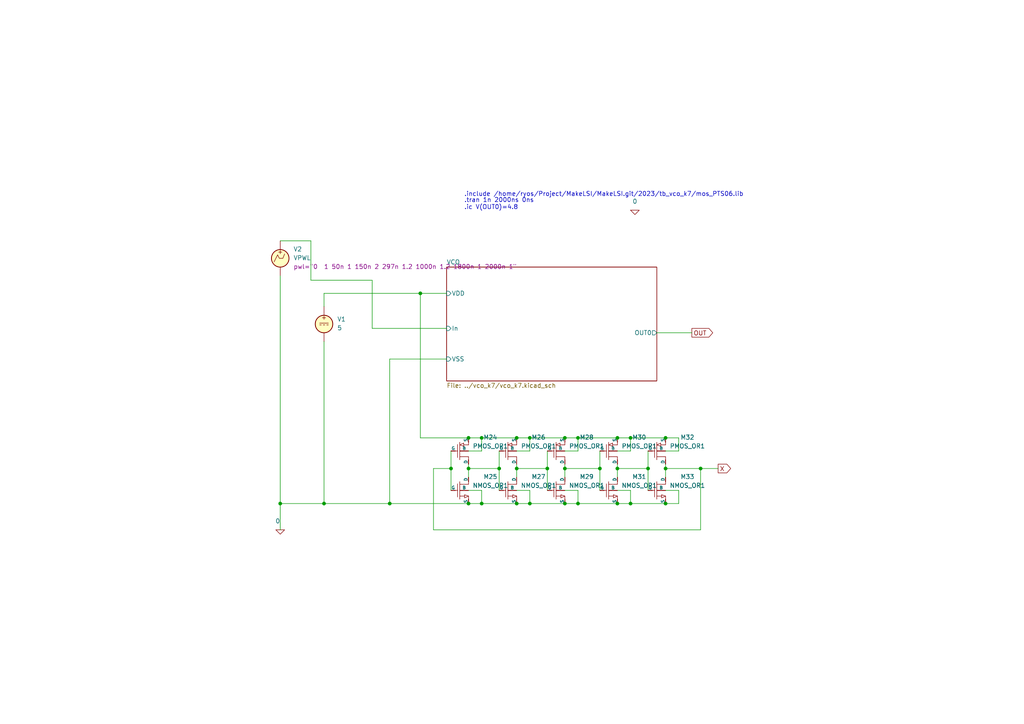
<source format=kicad_sch>
(kicad_sch (version 20230121) (generator eeschema)
  (paper "A4")
  (lib_symbols
    (symbol "OR1Symbols:0" (power) (pin_names (offset 0))
      (property "Value" "0" (at 0 -1.27 0))
      (symbol "0_0_1"
        (polyline (pts (xy -1.27 0) (xy 1.27 0) (xy 0 -1.27) (xy -1.27 0)))
      )
      (symbol "0_1_1"
        (pin power_in line (at 0 0 180) (length 0) hide (name "0") (number "1"))
      )
    )
    (symbol "OR1Symbols:NMOS_OR1" (pin_numbers hide) (pin_names (offset 0))
      (property "Reference" "M" (at 8.89 5.08 0))
      (property "Value" "NMOS_OR1" (at 8.89 2.54 0))
      (symbol "NMOS_OR1_0_1"
        (polyline (pts (xy 0 0) (xy 1.905 0)))
        (polyline (pts (xy 1.905 1.905) (xy 1.905 -1.905)))
        (polyline (pts (xy 2.54 -2.54) (xy 2.54 2.54)))
        (polyline (pts (xy 2.54 -1.651) (xy 3.937 -1.651)))
        (polyline (pts (xy 2.54 0) (xy 5.08 0)))
        (polyline (pts (xy 2.54 1.778) (xy 5.08 1.778)))
        (polyline (pts (xy 3.937 -2.159) (xy 3.937 -1.27)))
        (polyline (pts (xy 3.937 -1.27) (xy 5.08 -1.651)))
        (polyline (pts (xy 5.08 -1.651) (xy 3.937 -2.159)))
        (polyline (pts (xy 5.08 -1.651) (xy 5.08 -3.81)))
        (polyline (pts (xy 5.08 1.778) (xy 5.08 3.81)))
      )
      (symbol "NMOS_OR1_1_1"
        (pin passive line (at 5.08 3.81 270) (length 1.27) (name "D") (number "1"))
        (pin passive line (at 0 0 0) (length 1.27) (name "G") (number "2"))
        (pin passive line (at 5.08 -3.81 90) (length 1.27) (name "S") (number "3"))
        (pin passive line (at 5.08 0 180) (length 2.54) (name "B") (number "4"))
      )
    )
    (symbol "OR1Symbols:PMOS_OR1" (pin_numbers hide) (pin_names (offset 0))
      (property "Reference" "M" (at 8.89 5.08 0))
      (property "Value" "PMOS_OR1" (at 8.89 2.54 0))
      (symbol "PMOS_OR1_0_1"
        (polyline (pts (xy 0 0) (xy 1.905 0)))
        (polyline (pts (xy 1.905 1.905) (xy 1.905 -1.905)))
        (polyline (pts (xy 2.54 -2.54) (xy 2.54 2.54)))
        (polyline (pts (xy 2.54 -1.651) (xy 5.08 -1.651)))
        (polyline (pts (xy 2.54 0) (xy 5.08 0)))
        (polyline (pts (xy 2.54 1.778) (xy 3.683 2.286)))
        (polyline (pts (xy 3.683 1.397) (xy 2.54 1.778)))
        (polyline (pts (xy 3.683 1.397) (xy 3.683 2.286)))
        (polyline (pts (xy 3.683 1.778) (xy 5.08 1.778)))
        (polyline (pts (xy 5.08 -1.651) (xy 5.08 -3.81)))
        (polyline (pts (xy 5.08 1.778) (xy 5.08 3.81)))
      )
      (symbol "PMOS_OR1_1_1"
        (pin passive line (at 5.08 -3.81 90) (length 1.27) (name "D") (number "1"))
        (pin passive line (at 0 0 0) (length 1.27) (name "G") (number "2"))
        (pin passive line (at 5.08 3.81 270) (length 1.27) (name "S") (number "3"))
        (pin passive line (at 5.08 0 180) (length 2.54) (name "B") (number "4"))
      )
    )
    (symbol "Simulation_SPICE:0" (power) (pin_names (offset 0))
      (property "Value" "0" (at 0 -1.778 0))
      (symbol "0_0_1"
        (polyline (pts (xy -1.27 0) (xy 0 -1.27) (xy 1.27 0) (xy -1.27 0)))
      )
      (symbol "0_1_1"
        (pin power_in line (at 0 0 0) (length 0) hide (name "0") (number "1"))
      )
    )
    (symbol "Simulation_SPICE:VDC" (pin_numbers hide) (pin_names (offset 0.0254))
      (property "Reference" "V" (at 2.54 2.54 0))
      (property "Value" "1" (at 2.54 0 0))
      (symbol "VDC_0_0"
        (polyline (pts (xy -1.27 0.254) (xy 1.27 0.254)))
        (polyline (pts (xy -0.762 -0.254) (xy -1.27 -0.254)))
        (polyline (pts (xy 0.254 -0.254) (xy -0.254 -0.254)))
        (polyline (pts (xy 1.27 -0.254) (xy 0.762 -0.254)))
        (text "+" (at 0 1.905 0) (effects (font (size 1.27 1.27))))
      )
      (symbol "VDC_0_1"
        (circle (center 0 0) (radius 2.54) (stroke (width 0.254)) (fill (type background)))
      )
      (symbol "VDC_1_1"
        (pin passive line (at 0 5.08 270) (length 2.54) (name "~") (number "1"))
        (pin passive line (at 0 -5.08 90) (length 2.54) (name "~") (number "2"))
      )
    )
    (symbol "Simulation_SPICE:VPWL" (pin_numbers hide) (pin_names (offset 0.0254))
      (property "Reference" "V" (at 2.54 2.54 0))
      (property "Value" "VPWL" (at 2.54 0 0))
      (property "Sim.Params" "pwl=\"0 -1 50n -1 51n 0 97n 1 171n -1 200n -1\"" (at 2.54 -2.54 0))
      (symbol "VPWL_0_0"
        (polyline (pts (xy -1.778 -1.016) (xy -0.762 1.016) (xy -0.254 0) (xy 0.762 0) (xy 1.27 1.27)))
        (text "+" (at 0 1.905 0) (effects (font (size 1.27 1.27))))
      )
      (symbol "VPWL_0_1"
        (circle (center 0 0) (radius 2.54) (stroke (width 0.254)) (fill (type background)))
      )
      (symbol "VPWL_1_1"
        (pin passive line (at 0 5.08 270) (length 2.54) (name "~") (number "1"))
        (pin passive line (at 0 -5.08 90) (length 2.54) (name "~") (number "2"))
      )
    )
  )
  (junction (at 167.64 127))
  (junction (at 153.67 146.05))
  (junction (at 193.04 146.05))
  (junction (at 163.83 135.89))
  (junction (at 193.04 135.89))
  (junction (at 113.03 146.05))
  (junction (at 81.28 146.05))
  (junction (at 149.86 127))
  (junction (at 173.99 135.89))
  (junction (at 130.81 135.89))
  (junction (at 153.67 127))
  (junction (at 135.89 135.89))
  (junction (at 187.96 135.89))
  (junction (at 193.04 127))
  (junction (at 149.86 146.05))
  (junction (at 139.7 146.05))
  (junction (at 135.89 146.05))
  (junction (at 135.89 127))
  (junction (at 182.88 146.05))
  (junction (at 139.7 127))
  (junction (at 163.83 146.05))
  (junction (at 203.2 135.89))
  (junction (at 182.88 127))
  (junction (at 149.86 135.89))
  (junction (at 158.75 135.89))
  (junction (at 179.07 127))
  (junction (at 121.92 85.09))
  (junction (at 179.07 135.89))
  (junction (at 144.78 135.89))
  (junction (at 167.64 146.05))
  (junction (at 179.07 146.05))
  (junction (at 93.98 146.05))
  (junction (at 163.83 127))
  (wire (pts (xy 129.54 104.14) (xy 113.03 104.14)))
  (wire (pts (xy 167.64 130.81) (xy 167.64 127)))
  (wire (pts (xy 179.07 134.62) (xy 179.07 135.89)))
  (wire (pts (xy 179.07 135.89) (xy 179.07 138.43)))
  (wire (pts (xy 163.83 135.89) (xy 173.99 135.89)))
  (wire (pts (xy 163.83 130.81) (xy 167.64 130.81)))
  (wire (pts (xy 93.98 146.05) (xy 113.03 146.05)))
  (wire (pts (xy 144.78 135.89) (xy 144.78 142.24)))
  (wire (pts (xy 196.85 142.24) (xy 196.85 146.05)))
  (wire (pts (xy 153.67 127) (xy 153.67 130.81)))
  (wire (pts (xy 130.81 135.89) (xy 130.81 142.24)))
  (wire (pts (xy 81.28 80.01) (xy 81.28 146.05)))
  (wire (pts (xy 193.04 127) (xy 196.85 127)))
  (wire (pts (xy 173.99 130.81) (xy 173.99 135.89)))
  (wire (pts (xy 196.85 146.05) (xy 193.04 146.05)))
  (wire (pts (xy 93.98 88.9) (xy 93.98 85.09)))
  (wire (pts (xy 193.04 142.24) (xy 196.85 142.24)))
  (wire (pts (xy 107.95 95.25) (xy 129.54 95.25)))
  (wire (pts (xy 153.67 127) (xy 163.83 127)))
  (wire (pts (xy 135.89 135.89) (xy 144.78 135.89)))
  (wire (pts (xy 81.28 69.85) (xy 90.17 69.85)))
  (wire (pts (xy 179.07 127) (xy 182.88 127)))
  (wire (pts (xy 149.86 135.89) (xy 149.86 138.43)))
  (wire (pts (xy 113.03 146.05) (xy 135.89 146.05)))
  (wire (pts (xy 179.07 130.81) (xy 182.88 130.81)))
  (wire (pts (xy 187.96 135.89) (xy 187.96 142.24)))
  (wire (pts (xy 81.28 146.05) (xy 81.28 153.67)))
  (wire (pts (xy 93.98 99.06) (xy 93.98 146.05)))
  (wire (pts (xy 121.92 127) (xy 135.89 127)))
  (wire (pts (xy 158.75 130.81) (xy 158.75 135.89)))
  (wire (pts (xy 153.67 142.24) (xy 153.67 146.05)))
  (wire (pts (xy 149.86 142.24) (xy 153.67 142.24)))
  (wire (pts (xy 144.78 130.81) (xy 144.78 135.89)))
  (wire (pts (xy 113.03 104.14) (xy 113.03 146.05)))
  (wire (pts (xy 182.88 127) (xy 193.04 127)))
  (wire (pts (xy 135.89 146.05) (xy 139.7 146.05)))
  (wire (pts (xy 203.2 135.89) (xy 203.2 153.67)))
  (wire (pts (xy 182.88 146.05) (xy 193.04 146.05)))
  (wire (pts (xy 153.67 146.05) (xy 163.83 146.05)))
  (wire (pts (xy 149.86 130.81) (xy 153.67 130.81)))
  (wire (pts (xy 139.7 146.05) (xy 149.86 146.05)))
  (wire (pts (xy 190.5 96.52) (xy 200.66 96.52)))
  (wire (pts (xy 179.07 142.24) (xy 182.88 142.24)))
  (wire (pts (xy 139.7 127) (xy 139.7 130.81)))
  (wire (pts (xy 193.04 130.81) (xy 196.85 130.81)))
  (wire (pts (xy 163.83 127) (xy 167.64 127)))
  (wire (pts (xy 182.88 142.24) (xy 182.88 146.05)))
  (wire (pts (xy 135.89 134.62) (xy 135.89 135.89)))
  (wire (pts (xy 130.81 130.81) (xy 130.81 135.89)))
  (wire (pts (xy 107.95 81.28) (xy 90.17 81.28)))
  (wire (pts (xy 125.73 153.67) (xy 125.73 135.89)))
  (wire (pts (xy 135.89 142.24) (xy 139.7 142.24)))
  (wire (pts (xy 93.98 85.09) (xy 121.92 85.09)))
  (wire (pts (xy 173.99 135.89) (xy 173.99 142.24)))
  (wire (pts (xy 135.89 135.89) (xy 135.89 138.43)))
  (wire (pts (xy 193.04 135.89) (xy 193.04 138.43)))
  (wire (pts (xy 149.86 134.62) (xy 149.86 135.89)))
  (wire (pts (xy 121.92 85.09) (xy 129.54 85.09)))
  (wire (pts (xy 90.17 69.85) (xy 90.17 81.28)))
  (wire (pts (xy 203.2 135.89) (xy 208.28 135.89)))
  (wire (pts (xy 167.64 146.05) (xy 179.07 146.05)))
  (wire (pts (xy 187.96 130.81) (xy 187.96 135.89)))
  (wire (pts (xy 135.89 130.81) (xy 139.7 130.81)))
  (wire (pts (xy 179.07 135.89) (xy 187.96 135.89)))
  (wire (pts (xy 193.04 135.89) (xy 203.2 135.89)))
  (wire (pts (xy 121.92 85.09) (xy 121.92 127)))
  (wire (pts (xy 139.7 142.24) (xy 139.7 146.05)))
  (wire (pts (xy 149.86 146.05) (xy 153.67 146.05)))
  (wire (pts (xy 125.73 135.89) (xy 130.81 135.89)))
  (wire (pts (xy 167.64 142.24) (xy 167.64 146.05)))
  (wire (pts (xy 193.04 134.62) (xy 193.04 135.89)))
  (wire (pts (xy 81.28 146.05) (xy 93.98 146.05)))
  (wire (pts (xy 163.83 135.89) (xy 163.83 138.43)))
  (wire (pts (xy 163.83 146.05) (xy 167.64 146.05)))
  (wire (pts (xy 139.7 127) (xy 149.86 127)))
  (wire (pts (xy 179.07 146.05) (xy 182.88 146.05)))
  (wire (pts (xy 149.86 127) (xy 153.67 127)))
  (wire (pts (xy 167.64 127) (xy 179.07 127)))
  (wire (pts (xy 125.73 153.67) (xy 203.2 153.67)))
  (wire (pts (xy 182.88 130.81) (xy 182.88 127)))
  (wire (pts (xy 196.85 127) (xy 196.85 130.81)))
  (wire (pts (xy 163.83 142.24) (xy 167.64 142.24)))
  (wire (pts (xy 158.75 135.89) (xy 158.75 142.24)))
  (wire (pts (xy 163.83 134.62) (xy 163.83 135.89)))
  (wire (pts (xy 107.95 95.25) (xy 107.95 81.28)))
  (wire (pts (xy 149.86 135.89) (xy 158.75 135.89)))
  (wire (pts (xy 135.89 127) (xy 139.7 127)))
  (text ".include /home/ryos/Project/MakeLSI/MakeLSI.git/2023/tb_vco_k7/mos_PTS06.lib\n" (at 134.62 57.15 0) (effects (font (size 1.27 1.27)) (justify left bottom)))
  (text ".tran 1n 2000ns 0ns\n.ic V(OUT0)=4.8" (at 134.62 60.96 0) (effects (font (size 1.27 1.27)) (justify left bottom)))
  (global_label "X" (shape output) (at 208.28 135.89 0) (property "Intersheetrefs" "${INTERSHEET_REFS}" (effects hide)))
  (global_label "OUT" (shape output) (at 200.66 96.52 0) (property "Intersheetrefs" "${INTERSHEET_REFS}" (effects hide)))
  (symbol (lib_id "OR1Symbols:PMOS_OR1") (at 173.99 130.81 0) (unit 1)
    (property "Reference" "M30" (at 185.42 126.8477 0))
    (property "Value" "PMOS_OR1" (at 185.42 129.3877 0))
    (property "Sim.Pins" "1=1 2=2 3=3 4=4" (effects hide))
    (property "Sim.Device" "SPICE" (effects hide))
    (property "Sim.Params" "type=\"M\" model=\"PMOS_OR1 l=1u w=6u\" lib=\"\"" (effects hide))
  )
  (symbol (lib_id "OR1Symbols:NMOS_OR1") (at 158.75 142.24 0) (unit 1)
    (property "Reference" "M29" (at 170.18 138.2777 0))
    (property "Value" "NMOS_OR1" (at 170.18 140.8177 0))
    (property "Sim.Pins" "1=1 2=2 3=3 4=4" (effects hide))
    (property "Sim.Device" "SPICE" (effects hide))
    (property "Sim.Params" "type=\"M\" model=\"NMOS_OR1 l=1u w=2u\" lib=\"\"" (effects hide))
  )
  (symbol (lib_id "OR1Symbols:PMOS_OR1") (at 130.81 130.81 0) (unit 1)
    (property "Reference" "M24" (at 142.24 126.8477 0))
    (property "Value" "PMOS_OR1" (at 142.24 129.3877 0))
    (property "Sim.Pins" "1=1 2=2 3=3 4=4" (effects hide))
    (property "Sim.Device" "SPICE" (effects hide))
    (property "Sim.Params" "type=\"M\" model=\"PMOS_OR1 l=1u w=6u\" lib=\"\"" (effects hide))
  )
  (symbol (lib_id "OR1Symbols:NMOS_OR1") (at 187.96 142.24 0) (unit 1)
    (property "Reference" "M33" (at 199.39 138.2777 0))
    (property "Value" "NMOS_OR1" (at 199.39 140.8177 0))
    (property "Sim.Pins" "1=1 2=2 3=3 4=4" (effects hide))
    (property "Sim.Device" "SPICE" (effects hide))
    (property "Sim.Params" "type=\"M\" model=\"NMOS_OR1 l=1u w=2u\" lib=\"\"" (effects hide))
  )
  (symbol (lib_id "OR1Symbols:NMOS_OR1") (at 144.78 142.24 0) (unit 1)
    (property "Reference" "M27" (at 156.21 138.2777 0))
    (property "Value" "NMOS_OR1" (at 156.21 140.8177 0))
    (property "Sim.Pins" "1=1 2=2 3=3 4=4" (effects hide))
    (property "Sim.Device" "SPICE" (effects hide))
    (property "Sim.Params" "type=\"M\" model=\"NMOS_OR1 l=1u w=2u\" lib=\"\"" (effects hide))
  )
  (symbol (lib_id "OR1Symbols:PMOS_OR1") (at 187.96 130.81 0) (unit 1)
    (property "Reference" "M32" (at 199.39 126.8477 0))
    (property "Value" "PMOS_OR1" (at 199.39 129.3877 0))
    (property "Sim.Pins" "1=1 2=2 3=3 4=4" (effects hide))
    (property "Sim.Device" "SPICE" (effects hide))
    (property "Sim.Params" "type=\"M\" model=\"PMOS_OR1 l=1u w=6u\" lib=\"\"" (effects hide))
  )
  (symbol (lib_id "OR1Symbols:0") (at 81.28 153.67 0) (unit 1)
    (property "Reference" "#GND01" (effects hide))
    (property "Value" "0" (at 81.28 151.13 0) (effects (justify right)))
  )
  (symbol (lib_id "OR1Symbols:NMOS_OR1") (at 173.99 142.24 0) (unit 1)
    (property "Reference" "M31" (at 185.42 138.2777 0))
    (property "Value" "NMOS_OR1" (at 185.42 140.8177 0))
    (property "Sim.Pins" "1=1 2=2 3=3 4=4" (effects hide))
    (property "Sim.Device" "SPICE" (effects hide))
    (property "Sim.Params" "type=\"M\" model=\"NMOS_OR1 l=1u w=2u\" lib=\"\"" (effects hide))
  )
  (symbol (lib_id "OR1Symbols:NMOS_OR1") (at 130.81 142.24 0) (unit 1)
    (property "Reference" "M25" (at 142.24 138.2777 0))
    (property "Value" "NMOS_OR1" (at 142.24 140.8177 0))
    (property "Sim.Pins" "1=1 2=2 3=3 4=4" (effects hide))
    (property "Sim.Device" "SPICE" (effects hide))
    (property "Sim.Params" "type=\"M\" model=\"NMOS_OR1 l=1u w=2u\" lib=\"\"" (effects hide))
  )
  (symbol (lib_id "Simulation_SPICE:VDC") (at 93.98 93.98 0) (unit 1)
    (property "Reference" "V1" (at 97.79 92.5802 0) (effects (justify left)))
    (property "Value" "5" (at 97.79 95.1202 0) (effects (justify left)))
    (property "Sim.Pins" "1=+ 2=-" (effects hide))
    (property "Sim.Type" "DC" (effects hide))
    (property "Sim.Device" "V" (effects hide))
  )
  (symbol (lib_id "OR1Symbols:PMOS_OR1") (at 144.78 130.81 0) (unit 1)
    (property "Reference" "M26" (at 156.21 126.8477 0))
    (property "Value" "PMOS_OR1" (at 156.21 129.3877 0))
    (property "Sim.Pins" "1=1 2=2 3=3 4=4" (effects hide))
    (property "Sim.Device" "SPICE" (effects hide))
    (property "Sim.Params" "type=\"M\" model=\"PMOS_OR1 l=1u w=6u\" lib=\"\"" (effects hide))
  )
  (symbol (lib_id "Simulation_SPICE:VPWL") (at 81.28 74.93 0) (unit 1)
    (property "Reference" "V2" (at 85.09 72.2602 0) (effects (justify left)))
    (property "Value" "VPWL" (at 85.09 74.8002 0) (effects (justify left)))
    (property "Sim.Pins" "1=+ 2=-" (effects hide))
    (property "Sim.Device" "V" (effects hide))
    (property "Sim.Params" "pwl=\"0  1 50n 1 150n 2 297n 1.2 1000n 1.2 1800n 1 2000n 1\"" (at 85.09 77.3402 0) (effects (justify left)))
    (property "Sim.Type" "PWL" (effects hide))
  )
  (symbol (lib_id "Simulation_SPICE:0") (at 184.15 60.96 0) (unit 1)
    (property "Reference" "#GND02" (effects hide))
    (property "Value" "0" (at 184.15 58.42 0))
  )
  (symbol (lib_id "OR1Symbols:PMOS_OR1") (at 158.75 130.81 0) (unit 1)
    (property "Reference" "M28" (at 170.18 126.8477 0))
    (property "Value" "PMOS_OR1" (at 170.18 129.3877 0))
    (property "Sim.Pins" "1=1 2=2 3=3 4=4" (effects hide))
    (property "Sim.Device" "SPICE" (effects hide))
    (property "Sim.Params" "type=\"M\" model=\"PMOS_OR1 l=1u w=6u\" lib=\"\"" (effects hide))
  )
  (sheet (at 129.54 77.47) (size 60.96 33.02) (stroke (width 0.1524))
    (property "Sheetname" "VCO" (at 129.54 76.7584 0) (effects (justify left bottom)))
    (property "Sheetfile" "../vco_k7/vco_k7.kicad_sch" (at 129.54 111.0746 0) (effects (justify left top)))
    (pin "VDD" input (at 129.54 85.09 180))
    (pin "OUT0" output (at 190.5 96.52 0))
    (pin "In" input (at 129.54 95.25 180))
    (pin "VSS" input (at 129.54 104.14 180))
  )
)
</source>
